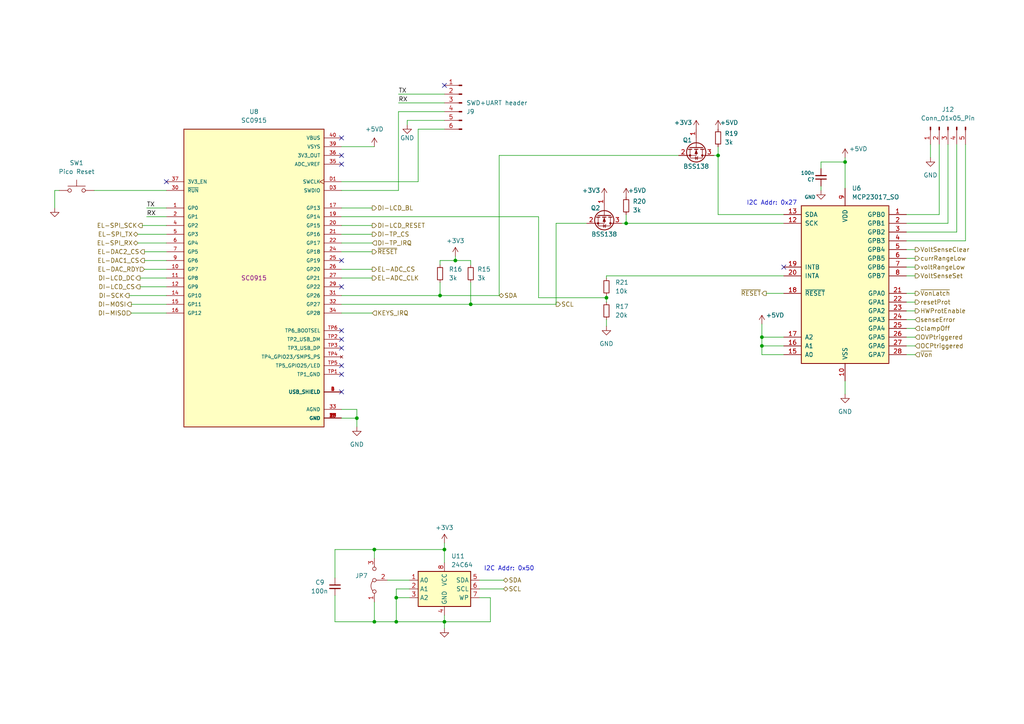
<source format=kicad_sch>
(kicad_sch (version 20230121) (generator eeschema)
  (paper "A4")
  (title_block (title "EL-Load-PowerTest2") (date "2023-11-28") (rev "${VERSION}r${PCBVERSION}"))
  (lib_symbols
    (symbol "Connector:Conn_01x05_Pin" (pin_names (offset 1.016) hide)
      (property "Reference" "J" (at 0 7.62 0))
      (property "Value" "Conn_01x05_Pin" (at 0 -7.62 0))
      (symbol "Conn_01x05_Pin_1_1"
        (polyline (pts (xy 1.27 -5.08) (xy 0.8636 -5.08)) (stroke (width 0.1524)))
        (polyline (pts (xy 1.27 -2.54) (xy 0.8636 -2.54)) (stroke (width 0.1524)))
        (polyline (pts (xy 1.27 0) (xy 0.8636 0)) (stroke (width 0.1524)))
        (polyline (pts (xy 1.27 2.54) (xy 0.8636 2.54)) (stroke (width 0.1524)))
        (polyline (pts (xy 1.27 5.08) (xy 0.8636 5.08)) (stroke (width 0.1524)))
        (rectangle (start 0.8636 -4.953) (end 0 -5.207) (stroke (width 0.1524)) (fill (type outline)))
        (rectangle (start 0.8636 -2.413) (end 0 -2.667) (stroke (width 0.1524)) (fill (type outline)))
        (rectangle (start 0.8636 0.127) (end 0 -0.127) (stroke (width 0.1524)) (fill (type outline)))
        (rectangle (start 0.8636 2.667) (end 0 2.413) (stroke (width 0.1524)) (fill (type outline)))
        (rectangle (start 0.8636 5.207) (end 0 4.953) (stroke (width 0.1524)) (fill (type outline)))
        (pin passive line (at 5.08 5.08 180) (length 3.81) (name "Pin_1") (number "1"))
        (pin passive line (at 5.08 2.54 180) (length 3.81) (name "Pin_2") (number "2"))
        (pin passive line (at 5.08 0 180) (length 3.81) (name "Pin_3") (number "3"))
        (pin passive line (at 5.08 -2.54 180) (length 3.81) (name "Pin_4") (number "4"))
        (pin passive line (at 5.08 -5.08 180) (length 3.81) (name "Pin_5") (number "5"))
      )
    )
    (symbol "Connector:Conn_01x06_Pin" (pin_names (offset 1.016) hide)
      (property "Reference" "J" (at 0 7.62 0))
      (property "Value" "Conn_01x06_Pin" (at 0 -10.16 0))
      (symbol "Conn_01x06_Pin_1_1"
        (polyline (pts (xy 1.27 -7.62) (xy 0.8636 -7.62)) (stroke (width 0.1524)))
        (polyline (pts (xy 1.27 -5.08) (xy 0.8636 -5.08)) (stroke (width 0.1524)))
        (polyline (pts (xy 1.27 -2.54) (xy 0.8636 -2.54)) (stroke (width 0.1524)))
        (polyline (pts (xy 1.27 0) (xy 0.8636 0)) (stroke (width 0.1524)))
        (polyline (pts (xy 1.27 2.54) (xy 0.8636 2.54)) (stroke (width 0.1524)))
        (polyline (pts (xy 1.27 5.08) (xy 0.8636 5.08)) (stroke (width 0.1524)))
        (rectangle (start 0.8636 -7.493) (end 0 -7.747) (stroke (width 0.1524)) (fill (type outline)))
        (rectangle (start 0.8636 -4.953) (end 0 -5.207) (stroke (width 0.1524)) (fill (type outline)))
        (rectangle (start 0.8636 -2.413) (end 0 -2.667) (stroke (width 0.1524)) (fill (type outline)))
        (rectangle (start 0.8636 0.127) (end 0 -0.127) (stroke (width 0.1524)) (fill (type outline)))
        (rectangle (start 0.8636 2.667) (end 0 2.413) (stroke (width 0.1524)) (fill (type outline)))
        (rectangle (start 0.8636 5.207) (end 0 4.953) (stroke (width 0.1524)) (fill (type outline)))
        (pin passive line (at 5.08 5.08 180) (length 3.81) (name "Pin_1") (number "1"))
        (pin passive line (at 5.08 2.54 180) (length 3.81) (name "Pin_2") (number "2"))
        (pin passive line (at 5.08 0 180) (length 3.81) (name "Pin_3") (number "3"))
        (pin passive line (at 5.08 -2.54 180) (length 3.81) (name "Pin_4") (number "4"))
        (pin passive line (at 5.08 -5.08 180) (length 3.81) (name "Pin_5") (number "5"))
        (pin passive line (at 5.08 -7.62 180) (length 3.81) (name "Pin_6") (number "6"))
      )
    )
    (symbol "Device:C_Small" (pin_numbers hide) (pin_names (offset 0.254) hide)
      (property "Reference" "C" (at 0.254 1.778 0))
      (property "Value" "C_Small" (at 0.254 -2.032 0))
      (symbol "C_Small_0_1"
        (polyline (pts (xy -1.524 -0.508) (xy 1.524 -0.508)) (stroke (width 0.3302)))
        (polyline (pts (xy -1.524 0.508) (xy 1.524 0.508)) (stroke (width 0.3048)))
      )
      (symbol "C_Small_1_1"
        (pin passive line (at 0 2.54 270) (length 2.032) (name "~") (number "1"))
        (pin passive line (at 0 -2.54 90) (length 2.032) (name "~") (number "2"))
      )
    )
    (symbol "Device:R_Small" (pin_numbers hide) (pin_names (offset 0.254) hide)
      (property "Reference" "R" (at 0.762 0.508 0))
      (property "Value" "R_Small" (at 0.762 -1.016 0))
      (symbol "R_Small_0_1"
        (rectangle (start -0.762 1.778) (end 0.762 -1.778) (stroke (width 0.2032)))
      )
      (symbol "R_Small_1_1"
        (pin passive line (at 0 2.54 270) (length 0.762) (name "~") (number "1"))
        (pin passive line (at 0 -2.54 90) (length 0.762) (name "~") (number "2"))
      )
    )
    (symbol "Interface_Expansion:MCP23017_SO" (pin_names (offset 1.016))
      (property "Reference" "U" (at -11.43 24.13 0))
      (property "Value" "MCP23017_SO" (at 0 0 0))
      (symbol "MCP23017_SO_0_1"
        (rectangle (start -12.7 22.86) (end 12.7 -22.86) (stroke (width 0.254)) (fill (type background)))
      )
      (symbol "MCP23017_SO_1_1"
        (pin bidirectional line (at 17.78 20.32 180) (length 5.08) (name "GPB0") (number "1"))
        (pin power_in line (at 0 -27.94 90) (length 5.08) (name "VSS") (number "10"))
        (pin no_connect line (at -12.7 15.24 0) (length 5.08) hide (name "NC") (number "11"))
        (pin input line (at -17.78 17.78 0) (length 5.08) (name "SCK") (number "12"))
        (pin bidirectional line (at -17.78 20.32 0) (length 5.08) (name "SDA") (number "13"))
        (pin no_connect line (at -12.7 12.7 0) (length 5.08) hide (name "NC") (number "14"))
        (pin input line (at -17.78 -20.32 0) (length 5.08) (name "A0") (number "15"))
        (pin input line (at -17.78 -17.78 0) (length 5.08) (name "A1") (number "16"))
        (pin input line (at -17.78 -15.24 0) (length 5.08) (name "A2") (number "17"))
        (pin input line (at -17.78 -2.54 0) (length 5.08) (name "~{RESET}") (number "18"))
        (pin tri_state line (at -17.78 5.08 0) (length 5.08) (name "INTB") (number "19"))
        (pin bidirectional line (at 17.78 17.78 180) (length 5.08) (name "GPB1") (number "2"))
        (pin tri_state line (at -17.78 2.54 0) (length 5.08) (name "INTA") (number "20"))
        (pin bidirectional line (at 17.78 -2.54 180) (length 5.08) (name "GPA0") (number "21"))
        (pin bidirectional line (at 17.78 -5.08 180) (length 5.08) (name "GPA1") (number "22"))
        (pin bidirectional line (at 17.78 -7.62 180) (length 5.08) (name "GPA2") (number "23"))
        (pin bidirectional line (at 17.78 -10.16 180) (length 5.08) (name "GPA3") (number "24"))
        (pin bidirectional line (at 17.78 -12.7 180) (length 5.08) (name "GPA4") (number "25"))
        (pin bidirectional line (at 17.78 -15.24 180) (length 5.08) (name "GPA5") (number "26"))
        (pin bidirectional line (at 17.78 -17.78 180) (length 5.08) (name "GPA6") (number "27"))
        (pin bidirectional line (at 17.78 -20.32 180) (length 5.08) (name "GPA7") (number "28"))
        (pin bidirectional line (at 17.78 15.24 180) (length 5.08) (name "GPB2") (number "3"))
        (pin bidirectional line (at 17.78 12.7 180) (length 5.08) (name "GPB3") (number "4"))
        (pin bidirectional line (at 17.78 10.16 180) (length 5.08) (name "GPB4") (number "5"))
        (pin bidirectional line (at 17.78 7.62 180) (length 5.08) (name "GPB5") (number "6"))
        (pin bidirectional line (at 17.78 5.08 180) (length 5.08) (name "GPB6") (number "7"))
        (pin bidirectional line (at 17.78 2.54 180) (length 5.08) (name "GPB7") (number "8"))
        (pin power_in line (at 0 27.94 270) (length 5.08) (name "VDD") (number "9"))
      )
    )
    (symbol "Jumper:Jumper_3_Bridged12" (pin_names (offset 0) hide)
      (property "Reference" "JP" (at -2.54 -2.54 0))
      (property "Value" "Jumper_3_Bridged12" (at 0 2.794 0))
      (symbol "Jumper_3_Bridged12_0_0"
        (circle (center -3.302 0) (radius 0.508))
        (circle (center 0 0) (radius 0.508))
        (circle (center 3.302 0) (radius 0.508))
      )
      (symbol "Jumper_3_Bridged12_0_1"
        (arc (start -0.254 0.508) (mid -1.651 0.9912) (end -3.048 0.508))
        (polyline (pts (xy 0 -1.27) (xy 0 -0.508)))
      )
      (symbol "Jumper_3_Bridged12_1_1"
        (pin passive line (at -6.35 0 0) (length 2.54) (name "A") (number "1"))
        (pin passive line (at 0 -3.81 90) (length 2.54) (name "C") (number "2"))
        (pin passive line (at 6.35 0 180) (length 2.54) (name "B") (number "3"))
      )
    )
    (symbol "Memory_EEPROM:24LC64"
      (property "Reference" "U" (at -6.35 6.35 0))
      (property "Value" "24LC64" (at 1.27 6.35 0))
      (symbol "24LC64_1_1"
        (rectangle (start -7.62 5.08) (end 7.62 -5.08) (stroke (width 0.254)) (fill (type background)))
        (pin input line (at -10.16 2.54 0) (length 2.54) (name "A0") (number "1"))
        (pin input line (at -10.16 0 0) (length 2.54) (name "A1") (number "2"))
        (pin input line (at -10.16 -2.54 0) (length 2.54) (name "A2") (number "3"))
        (pin power_in line (at 0 -7.62 90) (length 2.54) (name "GND") (number "4"))
        (pin bidirectional line (at 10.16 2.54 180) (length 2.54) (name "SDA") (number "5"))
        (pin input line (at 10.16 0 180) (length 2.54) (name "SCL") (number "6"))
        (pin input line (at 10.16 -2.54 180) (length 2.54) (name "WP") (number "7"))
        (pin power_in line (at 0 7.62 270) (length 2.54) (name "VCC") (number "8"))
      )
    )
    (symbol "Pico:SC0915" (pin_names (offset 1.016))
      (property "Reference" "U" (at -20.32 44.069 0))
      (property "Value" "SC0915" (at -20.32 -45.72 0))
      (symbol "SC0915_0_0"
        (rectangle (start -20.32 -43.18) (end 20.32 43.18) (stroke (width 0.254)) (fill (type background)))
        (pin bidirectional line (at -25.4 20.32 0) (length 5.08) (name "GP0") (number "1"))
        (pin bidirectional line (at -25.4 2.54 0) (length 5.08) (name "GP7") (number "10"))
        (pin bidirectional line (at -25.4 0 0) (length 5.08) (name "GP8") (number "11"))
        (pin bidirectional line (at -25.4 -2.54 0) (length 5.08) (name "GP9") (number "12"))
        (pin power_in line (at 25.4 -40.64 180) (length 5.08) (name "GND") (number "13"))
        (pin bidirectional line (at -25.4 -5.08 0) (length 5.08) (name "GP10") (number "14"))
        (pin bidirectional line (at -25.4 -7.62 0) (length 5.08) (name "GP11") (number "15"))
        (pin bidirectional line (at -25.4 -10.16 0) (length 5.08) (name "GP12") (number "16"))
        (pin bidirectional line (at 25.4 20.32 180) (length 5.08) (name "GP13") (number "17"))
        (pin power_in line (at 25.4 -40.64 180) (length 5.08) (name "GND") (number "18"))
        (pin bidirectional line (at 25.4 17.78 180) (length 5.08) (name "GP14") (number "19"))
        (pin bidirectional line (at -25.4 17.78 0) (length 5.08) (name "GP1") (number "2"))
        (pin bidirectional line (at 25.4 15.24 180) (length 5.08) (name "GP15") (number "20"))
        (pin bidirectional line (at 25.4 12.7 180) (length 5.08) (name "GP16") (number "21"))
        (pin bidirectional line (at 25.4 10.16 180) (length 5.08) (name "GP17") (number "22"))
        (pin power_in line (at 25.4 -40.64 180) (length 5.08) (name "GND") (number "23"))
        (pin bidirectional line (at 25.4 7.62 180) (length 5.08) (name "GP18") (number "24"))
        (pin bidirectional line (at 25.4 5.08 180) (length 5.08) (name "GP19") (number "25"))
        (pin bidirectional line (at 25.4 2.54 180) (length 5.08) (name "GP20") (number "26"))
        (pin bidirectional line (at 25.4 0 180) (length 5.08) (name "GP21") (number "27"))
        (pin power_in line (at 25.4 -40.64 180) (length 5.08) (name "GND") (number "28"))
        (pin bidirectional line (at 25.4 -2.54 180) (length 5.08) (name "GP22") (number "29"))
        (pin power_in line (at 25.4 -40.64 180) (length 5.08) (name "GND") (number "3"))
        (pin input line (at -25.4 25.4 0) (length 5.08) (name "~{RUN}") (number "30"))
        (pin bidirectional line (at 25.4 -5.08 180) (length 5.08) (name "GP26") (number "31"))
        (pin bidirectional line (at 25.4 -7.62 180) (length 5.08) (name "GP27") (number "32"))
        (pin power_in line (at 25.4 -38.1 180) (length 5.08) (name "AGND") (number "33"))
        (pin bidirectional line (at 25.4 -10.16 180) (length 5.08) (name "GP28") (number "34"))
        (pin power_in line (at 25.4 33.02 180) (length 5.08) (name "ADC_VREF") (number "35"))
        (pin input line (at -25.4 27.94 0) (length 5.08) (name "3V3_EN") (number "37"))
        (pin power_in line (at 25.4 -40.64 180) (length 5.08) (name "GND") (number "38"))
        (pin power_in line (at 25.4 38.1 180) (length 5.08) (name "VSYS") (number "39"))
        (pin bidirectional line (at -25.4 15.24 0) (length 5.08) (name "GP2") (number "4"))
        (pin power_in line (at 25.4 40.64 180) (length 5.08) (name "VBUS") (number "40"))
        (pin bidirectional line (at -25.4 12.7 0) (length 5.08) (name "GP3") (number "5"))
        (pin bidirectional line (at -25.4 10.16 0) (length 5.08) (name "GP4") (number "6"))
        (pin bidirectional line (at -25.4 7.62 0) (length 5.08) (name "GP5") (number "7"))
        (pin power_in line (at 25.4 -40.64 180) (length 5.08) (name "GND") (number "8"))
        (pin bidirectional line (at -25.4 5.08 0) (length 5.08) (name "GP6") (number "9"))
        (pin power_in line (at 25.4 -33.02 180) (length 5.08) (name "USB_SHIELD") (number "A"))
        (pin power_in line (at 25.4 -33.02 180) (length 5.08) (name "USB_SHIELD") (number "B"))
        (pin power_in line (at 25.4 -33.02 180) (length 5.08) (name "USB_SHIELD") (number "C"))
        (pin power_in line (at 25.4 -33.02 180) (length 5.08) (name "USB_SHIELD") (number "D"))
        (pin input clock (at 25.4 27.94 180) (length 5.08) (name "SWCLK") (number "D1"))
        (pin power_in line (at 25.4 -40.64 180) (length 5.08) (name "GND") (number "D2"))
        (pin bidirectional line (at 25.4 25.4 180) (length 5.08) (name "SWDIO") (number "D3"))
        (pin power_in line (at 25.4 -27.94 180) (length 5.08) (name "TP1_GND") (number "TP1"))
        (pin bidirectional line (at 25.4 -17.78 180) (length 5.08) (name "TP2_USB_DM") (number "TP2"))
        (pin bidirectional line (at 25.4 -20.32 180) (length 5.08) (name "TP3_USB_DP") (number "TP3"))
        (pin no_connect line (at 25.4 -22.86 180) (length 5.08) (name "TP4_GPIO23/SMPS_PS") (number "TP4"))
        (pin output line (at 25.4 -25.4 180) (length 5.08) (name "TP5_GPIO25/LED") (number "TP5"))
        (pin input line (at 25.4 -15.24 180) (length 5.08) (name "TP6_BOOTSEL") (number "TP6"))
      )
      (symbol "SC0915_1_0"
        (pin power_out line (at 25.4 35.56 180) (length 5.08) (name "3V3_OUT") (number "36"))
      )
    )
    (symbol "Switch:SW_Push" (pin_numbers hide) (pin_names (offset 1.016) hide)
      (property "Reference" "SW" (at 1.27 2.54 0))
      (property "Value" "SW_Push" (at 0 -1.524 0))
      (symbol "SW_Push_0_1"
        (circle (center -2.032 0) (radius 0.508))
        (polyline (pts (xy 0 1.27) (xy 0 3.048)))
        (polyline (pts (xy 2.54 1.27) (xy -2.54 1.27)))
        (circle (center 2.032 0) (radius 0.508))
        (pin passive line (at -5.08 0 0) (length 2.54) (name "1") (number "1"))
        (pin passive line (at 5.08 0 180) (length 2.54) (name "2") (number "2"))
      )
    )
    (symbol "Transistor_FET:BSS138" (pin_names hide)
      (property "Reference" "Q" (at 5.08 1.905 0))
      (property "Value" "BSS138" (at 5.08 0 0))
      (symbol "BSS138_0_1"
        (polyline (pts (xy 0.254 0) (xy -2.54 0)))
        (polyline (pts (xy 0.254 1.905) (xy 0.254 -1.905)) (stroke (width 0.254)))
        (polyline (pts (xy 0.762 -1.27) (xy 0.762 -2.286)) (stroke (width 0.254)))
        (polyline (pts (xy 0.762 0.508) (xy 0.762 -0.508)) (stroke (width 0.254)))
        (polyline (pts (xy 0.762 2.286) (xy 0.762 1.27)) (stroke (width 0.254)))
        (polyline (pts (xy 2.54 2.54) (xy 2.54 1.778)))
        (polyline (pts (xy 2.54 -2.54) (xy 2.54 0) (xy 0.762 0)))
        (polyline (pts (xy 0.762 -1.778) (xy 3.302 -1.778) (xy 3.302 1.778) (xy 0.762 1.778)))
        (polyline (pts (xy 1.016 0) (xy 2.032 0.381) (xy 2.032 -0.381) (xy 1.016 0)) (fill (type outline)))
        (polyline (pts (xy 2.794 0.508) (xy 2.921 0.381) (xy 3.683 0.381) (xy 3.81 0.254)))
        (polyline (pts (xy 3.302 0.381) (xy 2.921 -0.254) (xy 3.683 -0.254) (xy 3.302 0.381)))
        (circle (center 1.651 0) (radius 2.794) (stroke (width 0.254)))
        (circle (center 2.54 -1.778) (radius 0.254) (fill (type outline)))
        (circle (center 2.54 1.778) (radius 0.254) (fill (type outline)))
      )
      (symbol "BSS138_1_1"
        (pin input line (at -5.08 0 0) (length 2.54) (name "G") (number "1"))
        (pin passive line (at 2.54 -5.08 90) (length 2.54) (name "S") (number "2"))
        (pin passive line (at 2.54 5.08 270) (length 2.54) (name "D") (number "3"))
      )
    )
    (symbol "power:+3V3" (power) (pin_names (offset 0))
      (property "Value" "+3V3" (at 0 3.556 0))
      (symbol "+3V3_0_1"
        (polyline (pts (xy -0.762 1.27) (xy 0 2.54)))
        (polyline (pts (xy 0 0) (xy 0 2.54)))
        (polyline (pts (xy 0 2.54) (xy 0.762 1.27)))
      )
      (symbol "+3V3_1_1"
        (pin power_in line (at 0 0 90) (length 0) hide (name "+3V3") (number "1"))
      )
    )
    (symbol "power:+5VD" (power) (pin_names (offset 0))
      (property "Value" "+5VD" (at 0 3.556 0))
      (symbol "+5VD_0_1"
        (polyline (pts (xy -0.762 1.27) (xy 0 2.54)))
        (polyline (pts (xy 0 0) (xy 0 2.54)))
        (polyline (pts (xy 0 2.54) (xy 0.762 1.27)))
      )
      (symbol "+5VD_1_1"
        (pin power_in line (at 0 0 90) (length 0) hide (name "+5VD") (number "1"))
      )
    )
    (symbol "power:GND" (power) (pin_names (offset 0))
      (property "Value" "GND" (at 0 -3.81 0))
      (symbol "GND_0_1"
        (polyline (pts (xy 0 0) (xy 0 -1.27) (xy 1.27 -1.27) (xy 0 -2.54) (xy -1.27 -1.27) (xy 0 -1.27)))
      )
      (symbol "GND_1_1"
        (pin power_in line (at 0 0 270) (length 0) hide (name "GND") (number "1"))
      )
    )
  )
  (junction (at 128.905 159.385))
  (junction (at 208.28 45.085))
  (junction (at 114.935 180.34))
  (junction (at 245.11 46.99))
  (junction (at 220.98 97.79))
  (junction (at 175.895 86.36))
  (junction (at 108.585 180.34))
  (junction (at 181.61 64.77))
  (junction (at 136.525 88.265))
  (junction (at 108.585 159.385))
  (junction (at 220.98 100.33))
  (junction (at 132.08 75.565))
  (junction (at 128.905 180.34))
  (junction (at 103.505 121.285))
  (junction (at 114.935 173.355))
  (junction (at 127.635 85.725))
  (no_connect (at 99.06 83.185))
  (no_connect (at 99.06 108.585))
  (no_connect (at 99.06 45.085))
  (no_connect (at 128.905 24.765))
  (no_connect (at 48.26 52.705))
  (no_connect (at 99.06 113.665))
  (no_connect (at 99.06 75.565))
  (no_connect (at 99.06 40.005))
  (no_connect (at 99.06 95.885))
  (no_connect (at 227.33 77.47))
  (no_connect (at 99.06 47.625))
  (no_connect (at 99.06 106.045))
  (no_connect (at 99.06 98.425))
  (no_connect (at 99.06 100.965))
  (wire (pts (xy 175.895 80.01) (xy 227.33 80.01)))
  (wire (pts (xy 227.33 97.79) (xy 220.98 97.79)))
  (wire (pts (xy 99.06 85.725) (xy 127.635 85.725)))
  (wire (pts (xy 238.125 46.99) (xy 245.11 46.99)))
  (wire (pts (xy 142.24 173.355) (xy 142.24 180.34)))
  (wire (pts (xy 262.89 97.79) (xy 265.43 97.79)))
  (wire (pts (xy 262.89 92.71) (xy 265.43 92.71)))
  (wire (pts (xy 99.06 60.325) (xy 107.95 60.325)))
  (wire (pts (xy 238.125 53.975) (xy 238.125 55.245)))
  (wire (pts (xy 121.285 52.705) (xy 121.285 37.465)))
  (wire (pts (xy 262.89 77.47) (xy 265.43 77.47)))
  (wire (pts (xy 115.57 29.845) (xy 128.905 29.845)))
  (wire (pts (xy 99.06 90.805) (xy 107.95 90.805)))
  (wire (pts (xy 222.25 85.09) (xy 227.33 85.09)))
  (wire (pts (xy 114.935 173.355) (xy 118.745 173.355)))
  (wire (pts (xy 128.905 159.385) (xy 128.905 163.195)))
  (wire (pts (xy 38.1 88.265) (xy 48.26 88.265)))
  (wire (pts (xy 156.21 62.865) (xy 156.21 86.36)))
  (wire (pts (xy 175.895 80.01) (xy 175.895 80.645)))
  (wire (pts (xy 108.585 161.925) (xy 108.585 159.385)))
  (wire (pts (xy 245.11 45.72) (xy 245.11 46.99)))
  (wire (pts (xy 128.905 180.34) (xy 142.24 180.34)))
  (wire (pts (xy 220.98 100.33) (xy 220.98 102.87)))
  (wire (pts (xy 97.155 159.385) (xy 108.585 159.385)))
  (wire (pts (xy 262.89 95.25) (xy 265.43 95.25)))
  (wire (pts (xy 181.61 64.77) (xy 227.33 64.77)))
  (wire (pts (xy 180.34 64.77) (xy 181.61 64.77)))
  (wire (pts (xy 99.06 73.025) (xy 107.95 73.025)))
  (wire (pts (xy 99.06 118.745) (xy 103.505 118.745)))
  (wire (pts (xy 272.415 62.23) (xy 272.415 41.91)))
  (wire (pts (xy 99.06 78.105) (xy 107.95 78.105)))
  (wire (pts (xy 103.505 123.825) (xy 103.505 121.285)))
  (wire (pts (xy 108.585 174.625) (xy 108.585 180.34)))
  (wire (pts (xy 181.61 64.77) (xy 181.61 62.23)))
  (wire (pts (xy 262.89 102.87) (xy 265.43 102.87)))
  (wire (pts (xy 262.89 64.77) (xy 274.955 64.77)))
  (wire (pts (xy 262.89 62.23) (xy 272.415 62.23)))
  (wire (pts (xy 136.525 75.565) (xy 136.525 76.835)))
  (wire (pts (xy 42.545 60.325) (xy 48.26 60.325)))
  (wire (pts (xy 144.78 45.085) (xy 196.85 45.085)))
  (wire (pts (xy 161.29 88.265) (xy 161.29 64.77)))
  (wire (pts (xy 103.505 121.285) (xy 99.06 121.285)))
  (wire (pts (xy 99.06 52.705) (xy 121.285 52.705)))
  (wire (pts (xy 156.21 86.36) (xy 175.895 86.36)))
  (wire (pts (xy 208.28 62.23) (xy 208.28 45.085)))
  (wire (pts (xy 97.155 172.72) (xy 97.155 180.34)))
  (wire (pts (xy 42.545 62.865) (xy 48.26 62.865)))
  (wire (pts (xy 127.635 85.725) (xy 144.78 85.725)))
  (wire (pts (xy 245.11 46.99) (xy 245.11 54.61)))
  (wire (pts (xy 245.11 110.49) (xy 245.11 114.3)))
  (wire (pts (xy 128.905 157.48) (xy 128.905 159.385)))
  (wire (pts (xy 262.89 90.17) (xy 265.43 90.17)))
  (wire (pts (xy 161.29 64.77) (xy 170.18 64.77)))
  (wire (pts (xy 99.06 67.945) (xy 107.95 67.945)))
  (wire (pts (xy 128.905 34.925) (xy 118.11 34.925)))
  (wire (pts (xy 41.275 65.405) (xy 48.26 65.405)))
  (wire (pts (xy 48.26 55.245) (xy 27.305 55.245)))
  (wire (pts (xy 99.06 70.485) (xy 107.95 70.485)))
  (wire (pts (xy 99.06 62.865) (xy 156.21 62.865)))
  (wire (pts (xy 40.005 70.485) (xy 48.26 70.485)))
  (wire (pts (xy 17.145 55.245) (xy 15.875 55.245)))
  (wire (pts (xy 139.065 173.355) (xy 142.24 173.355)))
  (wire (pts (xy 99.06 65.405) (xy 107.95 65.405)))
  (wire (pts (xy 175.895 86.36) (xy 175.895 87.63)))
  (wire (pts (xy 99.06 42.545) (xy 108.585 42.545)))
  (wire (pts (xy 118.11 34.925) (xy 118.11 36.195)))
  (wire (pts (xy 277.495 41.91) (xy 277.495 67.31)))
  (wire (pts (xy 227.33 100.33) (xy 220.98 100.33)))
  (wire (pts (xy 114.935 180.34) (xy 114.935 173.355)))
  (wire (pts (xy 40.64 83.185) (xy 48.26 83.185)))
  (wire (pts (xy 262.89 69.85) (xy 280.035 69.85)))
  (wire (pts (xy 114.935 170.815) (xy 114.935 173.355)))
  (wire (pts (xy 227.33 102.87) (xy 220.98 102.87)))
  (wire (pts (xy 238.125 48.895) (xy 238.125 46.99)))
  (wire (pts (xy 115.57 32.385) (xy 128.905 32.385)))
  (wire (pts (xy 127.635 75.565) (xy 132.08 75.565)))
  (wire (pts (xy 220.98 97.79) (xy 220.98 93.98)))
  (wire (pts (xy 97.155 159.385) (xy 97.155 167.64)))
  (wire (pts (xy 139.065 168.275) (xy 146.05 168.275)))
  (wire (pts (xy 132.08 75.565) (xy 136.525 75.565)))
  (wire (pts (xy 41.91 78.105) (xy 48.26 78.105)))
  (wire (pts (xy 139.065 170.815) (xy 146.05 170.815)))
  (wire (pts (xy 41.91 73.025) (xy 48.26 73.025)))
  (wire (pts (xy 208.28 45.085) (xy 208.28 42.545)))
  (wire (pts (xy 99.06 88.265) (xy 136.525 88.265)))
  (wire (pts (xy 262.89 74.93) (xy 265.43 74.93)))
  (wire (pts (xy 127.635 81.915) (xy 127.635 85.725)))
  (wire (pts (xy 115.57 55.245) (xy 115.57 32.385)))
  (wire (pts (xy 37.465 85.725) (xy 48.26 85.725)))
  (wire (pts (xy 136.525 81.915) (xy 136.525 88.265)))
  (wire (pts (xy 262.89 100.33) (xy 265.43 100.33)))
  (wire (pts (xy 175.895 86.36) (xy 175.895 85.725)))
  (wire (pts (xy 112.395 168.275) (xy 118.745 168.275)))
  (wire (pts (xy 40.64 80.645) (xy 48.26 80.645)))
  (wire (pts (xy 128.905 180.34) (xy 128.905 182.245)))
  (wire (pts (xy 262.89 72.39) (xy 265.43 72.39)))
  (wire (pts (xy 144.78 85.725) (xy 144.78 45.085)))
  (wire (pts (xy 262.89 87.63) (xy 265.43 87.63)))
  (wire (pts (xy 269.875 41.91) (xy 269.875 45.72)))
  (wire (pts (xy 262.89 80.01) (xy 265.43 80.01)))
  (wire (pts (xy 220.98 97.79) (xy 220.98 100.33)))
  (wire (pts (xy 99.06 55.245) (xy 115.57 55.245)))
  (wire (pts (xy 128.905 180.34) (xy 114.935 180.34)))
  (wire (pts (xy 175.895 92.71) (xy 175.895 94.615)))
  (wire (pts (xy 108.585 159.385) (xy 128.905 159.385)))
  (wire (pts (xy 208.28 62.23) (xy 227.33 62.23)))
  (wire (pts (xy 108.585 180.34) (xy 97.155 180.34)))
  (wire (pts (xy 99.06 80.645) (xy 107.95 80.645)))
  (wire (pts (xy 207.01 45.085) (xy 208.28 45.085)))
  (wire (pts (xy 40.005 67.945) (xy 48.26 67.945)))
  (wire (pts (xy 118.745 170.815) (xy 114.935 170.815)))
  (wire (pts (xy 15.875 55.245) (xy 15.875 60.325)))
  (wire (pts (xy 41.91 75.565) (xy 48.26 75.565)))
  (wire (pts (xy 127.635 76.835) (xy 127.635 75.565)))
  (wire (pts (xy 103.505 118.745) (xy 103.505 121.285)))
  (wire (pts (xy 262.89 67.31) (xy 277.495 67.31)))
  (wire (pts (xy 115.57 27.305) (xy 128.905 27.305)))
  (wire (pts (xy 128.905 178.435) (xy 128.905 180.34)))
  (wire (pts (xy 136.525 88.265) (xy 161.29 88.265)))
  (wire (pts (xy 132.08 74.295) (xy 132.08 75.565)))
  (wire (pts (xy 262.89 85.09) (xy 265.43 85.09)))
  (wire (pts (xy 38.1 90.805) (xy 48.26 90.805)))
  (wire (pts (xy 280.035 69.85) (xy 280.035 41.91)))
  (wire (pts (xy 108.585 180.34) (xy 114.935 180.34)))
  (wire (pts (xy 274.955 64.77) (xy 274.955 41.91)))
  (wire (pts (xy 121.285 37.465) (xy 128.905 37.465)))
  (text "I2C Addr: 0x27" (at 216.535 59.69 0) (effects (font (size 1.27 1.27)) (justify left bottom)))
  (text "I2C Addr: 0x50" (at 140.335 165.735 0) (effects (font (size 1.27 1.27)) (justify left bottom)))
  (label "RX" (at 115.57 29.845 0))
  (label "TX" (at 42.545 60.325 0))
  (label "TX" (at 115.57 27.305 0))
  (label "RX" (at 42.545 62.865 0))
  (hierarchical_label "EL-ADC_CLK" (shape output) (at 107.95 80.645 0))
  (hierarchical_label "DI-MISO" (shape input) (at 38.1 90.805 180))
  (hierarchical_label "DI-SCK" (shape output) (at 37.465 85.725 180))
  (hierarchical_label "DI-LCD_DC" (shape output) (at 40.64 80.645 180))
  (hierarchical_label "voltRangeLow" (shape output) (at 265.43 77.47 0))
  (hierarchical_label "~{RESET}" (shape output) (at 222.25 85.09 180))
  (hierarchical_label "OCPtriggered" (shape input) (at 265.43 100.33 0))
  (hierarchical_label "EL-SPI_TX" (shape bidirectional) (at 40.005 67.945 180))
  (hierarchical_label "senseError" (shape input) (at 265.43 92.71 0))
  (hierarchical_label "~{Von}" (shape input) (at 265.43 102.87 0))
  (hierarchical_label "OVPtriggered" (shape input) (at 265.43 97.79 0))
  (hierarchical_label "EL-SPI_SCK" (shape output) (at 41.275 65.405 180))
  (hierarchical_label "SDA" (shape bidirectional) (at 144.78 85.725 0))
  (hierarchical_label "~{RESET}" (shape output) (at 107.95 73.025 0))
  (hierarchical_label "EL-ADC_CS" (shape output) (at 107.95 78.105 0))
  (hierarchical_label "clampOff" (shape input) (at 265.43 95.25 0))
  (hierarchical_label "EL-DAC2_CS" (shape output) (at 41.91 73.025 180))
  (hierarchical_label "DI-MOSI" (shape output) (at 38.1 88.265 180))
  (hierarchical_label "SCL" (shape bidirectional) (at 146.05 170.815 0))
  (hierarchical_label "KEYS_IRQ" (shape input) (at 107.95 90.805 0))
  (hierarchical_label "resetProt" (shape output) (at 265.43 87.63 0))
  (hierarchical_label "SCL" (shape output) (at 161.29 88.265 0))
  (hierarchical_label "DI-LCD_RESET" (shape output) (at 107.95 65.405 0))
  (hierarchical_label "EL-DAC_RDY" (shape input) (at 41.91 78.105 180))
  (hierarchical_label "VoltSenseClear" (shape output) (at 265.43 72.39 0))
  (hierarchical_label "VoltSenseSet" (shape output) (at 265.43 80.01 0))
  (hierarchical_label "DI-TP_CS" (shape output) (at 107.95 67.945 0))
  (hierarchical_label "currRangeLow" (shape output) (at 265.43 74.93 0))
  (hierarchical_label "EL-SPI_RX" (shape bidirectional) (at 40.005 70.485 180))
  (hierarchical_label "EL-DAC1_CS" (shape output) (at 41.91 75.565 180))
  (hierarchical_label "~{VonLatch}" (shape output) (at 265.43 85.09 0))
  (hierarchical_label "DI-TP_IRQ" (shape input) (at 107.95 70.485 0))
  (hierarchical_label "DI-LCD_BL" (shape output) (at 107.95 60.325 0))
  (hierarchical_label "SDA" (shape bidirectional) (at 146.05 168.275 0))
  (hierarchical_label "HWProtEnable" (shape output) (at 265.43 90.17 0))
  (hierarchical_label "DI-LCD_CS" (shape output) (at 40.64 83.185 180))
  (symbol (lib_id "Device:R_Small") (at 181.61 59.69 0) (unit 1)
    (property "Reference" "R20" (at 183.515 58.42 0) (effects (justify left)))
    (property "Value" "3k" (at 183.515 60.96 0) (effects (justify left)))
    (property "Footprint" "Resistor_SMD:R_0805_2012Metric" (effects hide))
    (property "Part_Name" "R_3.0kΩ_0805_1%" (effects hide))
  )
  (symbol (lib_id "power:+3V3") (at 132.08 74.295 0) (unit 1)
    (property "Reference" "#PWR08" (effects hide))
    (property "Value" "+3V3" (at 132.08 69.85 0))
  )
  (symbol (lib_id "power:+5VD") (at 208.28 37.465 0) (unit 1)
    (property "Reference" "#PWR025" (effects hide))
    (property "Value" "+5VD" (at 211.455 35.56 0))
  )
  (symbol (lib_id "power:GND") (at 175.895 94.615 0) (unit 1)
    (property "Reference" "#PWR038" (effects hide))
    (property "Value" "GND" (at 175.895 99.695 0))
  )
  (symbol (lib_id "power:+3V3") (at 175.26 57.15 0) (unit 1)
    (property "Reference" "#PWR033" (effects hide))
    (property "Value" "+3V3" (at 171.45 55.245 0))
  )
  (symbol (lib_id "power:GND") (at 245.11 114.3 0) (unit 1)
    (property "Reference" "#PWR026" (effects hide))
    (property "Value" "GND" (at 245.11 119.38 0))
  )
  (symbol (lib_id "power:+5VD") (at 181.61 57.15 0) (unit 1)
    (property "Reference" "#PWR037" (effects hide))
    (property "Value" "+5VD" (at 184.785 55.245 0))
  )
  (symbol (lib_id "Connector:Conn_01x06_Pin") (at 133.985 29.845 0) (mirror y) (unit 1)
    (property "Reference" "J9" (at 135.255 32.3851 0) (effects (justify right)))
    (property "Value" "SWD+UART header" (at 135.255 29.8451 0) (effects (justify right)))
    (property "Footprint" "Connector_PinHeader_2.54mm:PinHeader_1x06_P2.54mm_Vertical" (effects hide))
    (property "Part_Name" "H_Male_1x40_vertical_THT " (effects hide))
    (property "Consumable" "1" (effects hide))
    (instances (project "EL-Load-Power-MCU" (path "" (reference "J9") (unit 1))) (project "IsolatedPicoprobeV1" (path "" (reference "J1") (unit 1))))
  )
  (symbol (lib_id "Device:R_Small") (at 208.28 40.005 0) (unit 1)
    (property "Reference" "R19" (at 210.185 38.735 0) (effects (justify left)))
    (property "Value" "3k" (at 210.185 41.275 0) (effects (justify left)))
    (property "Footprint" "Resistor_SMD:R_0805_2012Metric" (effects hide))
    (property "Part_Name" "R_3.0kΩ_0805_1%" (effects hide))
  )
  (symbol (lib_id "power:+5VD") (at 220.98 93.98 0) (unit 1)
    (property "Reference" "#PWR030" (effects hide))
    (property "Value" "+5VD" (at 224.79 91.44 0))
  )
  (symbol (lib_id "Device:R_Small") (at 127.635 79.375 0) (unit 1)
    (property "Reference" "R16" (at 130.175 78.105 0) (effects (justify left)))
    (property "Value" "3k" (at 130.175 80.645 0) (effects (justify left)))
    (property "Footprint" "Resistor_SMD:R_0805_2012Metric" (effects hide))
    (property "Part_Name" "R_3.0kΩ_0805_1%" (effects hide))
  )
  (symbol (lib_id "Device:R_Small") (at 175.895 83.185 0) (unit 1)
    (property "Reference" "R21" (at 178.435 81.915 0) (effects (justify left)))
    (property "Value" "10k" (at 178.435 84.455 0) (effects (justify left)))
    (property "Footprint" "Resistor_SMD:R_0805_2012Metric" (effects hide))
    (property "Part_Name" "R_10.0kΩ_0805_1%" (effects hide))
  )
  (symbol (lib_id "Connector:Conn_01x05_Pin") (at 274.955 36.83 90) (mirror x) (unit 1)
    (property "Reference" "J12" (at 274.955 31.75 90))
    (property "Value" "Conn_01x05_Pin" (at 274.955 34.29 90))
    (property "Footprint" "Connector_PinHeader_2.54mm:PinHeader_1x05_P2.54mm_Vertical" (effects hide))
    (property "Part_Name" "H_Male_1x40_vertical_THT " (effects hide))
    (property "Consumable" "1" (effects hide))
  )
  (symbol (lib_id "power:+5VD") (at 245.11 45.72 0) (unit 1)
    (property "Reference" "#PWR052" (effects hide))
    (property "Value" "+5VD" (at 248.92 43.18 0))
  )
  (symbol (lib_id "Jumper:Jumper_3_Bridged12") (at 108.585 168.275 90) (unit 1)
    (property "Reference" "JP7" (at 106.68 167.005 90) (effects (justify left)))
    (property "Value" "Jumper_3_Bridged12" (effects hide))
    (property "Footprint" "Jumper:SolderJumper-3_P1.3mm_Bridged2Bar12_RoundedPad1.0x1.5mm" (effects hide))
    (instances (project "EL-Load-Power-MCU" (path "" (reference "JP7") (unit 1))) (project "EL-Load-Digital" (path "" (reference "JP2") (unit 1))))
  )
  (symbol (lib_id "Device:R_Small") (at 136.525 79.375 0) (unit 1)
    (property "Reference" "R15" (at 138.43 78.105 0) (effects (justify left)))
    (property "Value" "3k" (at 138.43 80.645 0) (effects (justify left)))
    (property "Footprint" "Resistor_SMD:R_0805_2012Metric" (effects hide))
    (property "Part_Name" "R_3.0kΩ_0805_1%" (effects hide))
  )
  (symbol (lib_id "power:GND") (at 15.875 60.325 0) (mirror y) (unit 1)
    (property "Reference" "#PWR035" (effects hide))
    (property "Value" "GND" (effects hide))
    (instances (project "EL-Load-Power-MCU" (path "" (reference "#PWR035") (unit 1))) (project "EL-Load-Digital" (path "" (reference "#PWR043") (unit 1))))
  )
  (symbol (lib_id "power:GND") (at 128.905 182.245 0) (unit 1)
    (property "Reference" "#PWR032" (effects hide))
    (property "Value" "GND" (effects hide))
    (instances (project "EL-Load-Power-MCU" (path "" (reference "#PWR032") (unit 1))) (project "EL-Load-Digital" (path "" (reference "#PWR037") (unit 1))))
  )
  (symbol (lib_id "Transistor_FET:BSS138") (at 175.26 62.23 270) (unit 1)
    (property "Reference" "Q2" (at 172.72 60.325 90))
    (property "Value" "BSS138" (at 175.26 67.945 90))
    (property "Footprint" "Package_TO_SOT_SMD:SOT-23" (effects hide))
    (property "Datasheet" "https://www.onsemi.com/pub/Collateral/BSS138-D.PDF" (effects hide))
    (property "Part_Name" "Q_BSS138W" (effects hide))
  )
  (symbol (lib_id "Switch:SW_Push") (at 22.225 55.245 0) (mirror y) (unit 1)
    (property "Reference" "SW1" (at 22.225 47.244 0))
    (property "Value" "Pico Reset" (at 22.225 49.784 0))
    (property "Footprint" "Button_Switch_SMD:SW_Push_1P1T_NO_6x6mm_H9.5mm" (effects hide))
    (property "Part_Name" "SW_SPST_NO_SMD_6x6x5mm" (effects hide))
  )
  (symbol (lib_id "power:+3V3") (at 201.93 37.465 0) (unit 1)
    (property "Reference" "#PWR031" (effects hide))
    (property "Value" "+3V3" (at 198.12 35.56 0))
  )
  (symbol (lib_id "Memory_EEPROM:24LC64") (at 128.905 170.815 0) (unit 1)
    (property "Reference" "U11" (at 130.8609 161.29 0) (effects (justify left)))
    (property "Value" "24C64" (at 130.8609 163.83 0) (effects (justify left)))
    (property "Footprint" "Package_SO:SOIC-8_3.9x4.9mm_P1.27mm" (effects hide))
    (property "Datasheet" "http://ww1.microchip.com/downloads/en/DeviceDoc/21189f.pdf" (effects hide))
    (property "Part_Name" "U_24C64" (effects hide))
    (instances (project "EL-Load-Power-MCU" (path "" (reference "U11") (unit 1))) (project "EL-Load-Digital" (path "" (reference "U13") (unit 1))))
  )
  (symbol (lib_id "Device:R_Small") (at 175.895 90.17 0) (unit 1)
    (property "Reference" "R17" (at 178.435 88.9 0) (effects (justify left)))
    (property "Value" "20k" (at 178.435 91.44 0) (effects (justify left)))
    (property "Footprint" "Resistor_SMD:R_0805_2012Metric" (effects hide))
    (property "Part_Name" "R_20.0kΩ_0805_1%" (effects hide))
  )
  (symbol (lib_id "Interface_Expansion:MCP23017_SO") (at 245.11 82.55 0) (unit 1)
    (property "Reference" "U6" (at 247.0659 54.61 0) (effects (justify left)))
    (property "Value" "MCP23017_SO" (at 247.0659 57.15 0) (effects (justify left)))
    (property "Footprint" "Package_SO:SOIC-28W_7.5x17.9mm_P1.27mm" (effects hide))
    (property "Datasheet" "http://ww1.microchip.com/downloads/en/DeviceDoc/20001952C.pdf" (effects hide))
    (property "Part_Name" "U_MCP23017-E/SO" (effects hide))
  )
  (symbol (lib_id "power:GND") (at 238.125 55.245 0) (unit 1)
    (property "Reference" "#PWR027" (effects hide))
    (property "Value" "GND" (at 234.95 57.15 0) (effects (font (size 1 1))))
  )
  (symbol (lib_id "power:+3V3") (at 128.905 157.48 0) (unit 1)
    (property "Reference" "#PWR029" (effects hide))
    (property "Value" "+3V3" (at 128.905 153.035 0))
  )
  (symbol (lib_id "power:GND") (at 118.11 36.195 0) (unit 1)
    (property "Reference" "#PWR036" (effects hide))
    (property "Value" "GND" (at 118.11 40.005 0))
    (instances (project "EL-Load-Power-MCU" (path "" (reference "#PWR036") (unit 1))) (project "Schuurfan" (path "" (reference "#PWR031") (unit 1))))
  )
  (symbol (lib_id "power:GND") (at 269.875 45.72 0) (unit 1)
    (property "Reference" "#PWR043" (effects hide))
    (property "Value" "GND" (at 269.875 50.8 0))
  )
  (symbol (lib_id "Device:C_Small") (at 238.125 51.435 0) (mirror x) (unit 1)
    (property "Reference" "C?" (at 236.22 52.07 0) (effects (font (size 1 1)) (justify right)))
    (property "Value" "100n" (at 236.22 50.165 0) (effects (font (size 1 1)) (justify right)))
    (property "Footprint" "Capacitor_SMD:C_0805_2012Metric" (effects hide))
    (property "Part_Name" "C_100.0nF_50V_0805_10%" (effects hide))
    (instances (project "EL-Load-Power-MCU" (path "" (reference "C?") (unit 1)) (path "" (reference "C5") (unit 1))))
  )
  (symbol (lib_id "power:GND") (at 103.505 123.825 0) (unit 1)
    (property "Reference" "#PWR023" (effects hide))
    (property "Value" "GND" (at 103.505 128.905 0))
  )
  (symbol (lib_id "Pico:SC0915") (at 73.66 80.645 0) (unit 1)
    (property "Reference" "U8" (at 73.66 32.385 0))
    (property "Value" "SC0915" (at 73.66 34.925 0))
    (property "Footprint" "Pico:MODULE_SC0915" (effects hide))
    (property "Description" "Raspberry Pi Pico Embedded Dev Module | Raspberry Pi SC0915" (effects hide))
    (property "MPN" "SC0915" (at 73.66 80.645 0))
    (property "Part_Name" "EM_Raspberry_Pi_Pico " (effects hide))
  )
  (symbol (lib_id "power:+5VD") (at 108.585 42.545 0) (unit 1)
    (property "Reference" "#PWR021" (effects hide))
    (property "Value" "+5VD" (at 108.585 37.465 0))
  )
  (symbol (lib_id "Transistor_FET:BSS138") (at 201.93 42.545 270) (unit 1)
    (property "Reference" "Q1" (at 199.39 40.64 90))
    (property "Value" "BSS138" (at 201.93 48.26 90))
    (property "Footprint" "Package_TO_SOT_SMD:SOT-23" (effects hide))
    (property "Datasheet" "https://www.onsemi.com/pub/Collateral/BSS138-D.PDF" (effects hide))
    (property "Part_Name" "Q_BSS138W" (effects hide))
  )
  (symbol (lib_id "Device:C_Small") (at 97.155 170.18 0) (unit 1)
    (property "Reference" "C9" (at 91.44 168.91 0) (effects (justify left)))
    (property "Value" "100n" (at 90.17 171.45 0) (effects (justify left)))
    (property "Footprint" "Capacitor_SMD:C_0805_2012Metric" (effects hide))
    (property "Part_Name" "C_100.0nF_50V_0805_10%" (effects hide))
    (instances (project "EL-Load-Power-MCU" (path "" (reference "C9") (unit 1))) (project "EL-Load-Digital" (path "" (reference "C30") (unit 1))))
  )
)
</source>
